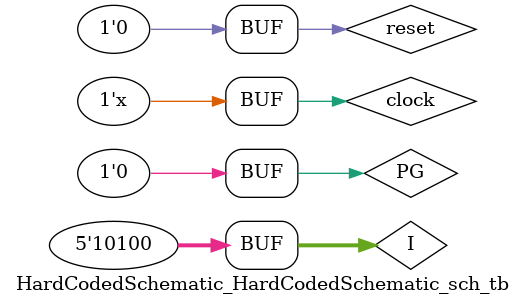
<source format=v>

`timescale 1ns / 1ps

module HardCodedSchematic_HardCodedSchematic_sch_tb();

// Inputs
   reg clock;
   reg reset;
   reg PG;
   reg [4:0] I;

// Output
   wire FIM;
   wire DEZ;
   wire DOIS;
   wire [1:0] outputMoney;

// Bidirs

// Instantiate the UUT
   HardCodedSchematic UUT (
		.FIM(FIM), 
		.DEZ(DEZ), 
		.DOIS(DOIS), 
		.clock(clock), 
		.reset(reset), 
		.PG(PG), 
		.outputMoney(outputMoney), 
		.I(I)
   );
// Initialize Inputs
   `ifdef auto_init
       initial begin
		clock = 0;
		reset = 0;
		PG = 0;
		I = 0;
   `endif
	
		always #100 clock = !clock;
	 
	initial 
		begin
		PG = 0;
		clock = 0;
		reset = 1;
		I = 0;
		
		#100
		reset = 0;
		I = 4'd10;
		
		#100
		I = 0;

		#100
		I = 4'd10;

		#100
		I = 0;
		
		#100
		I = 10;
		
		#100
		I = 20;
		
	 
		end
	
endmodule

</source>
